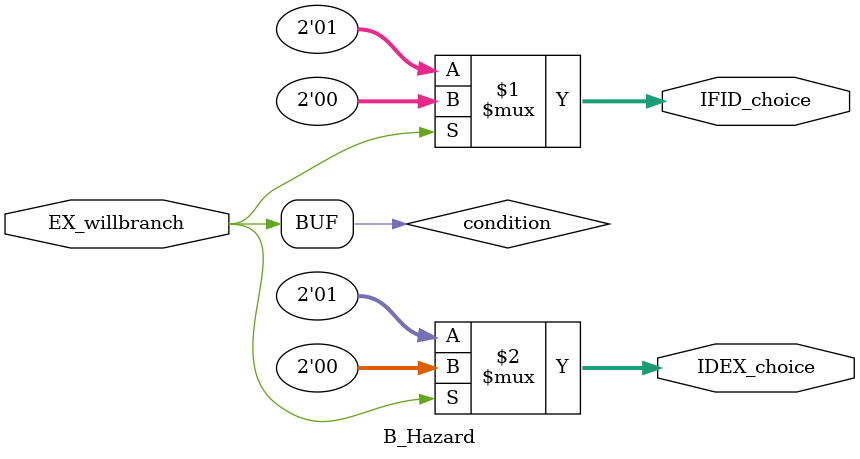
<source format=v>
`timescale 1ns / 1ps

module LU_Hazard(IFID_MemWr, IFID_Rs, IFID_Rt, IDEX_MemRead, IDEX_Rt, PC_choice, IFID_choice, IDEX_choice);
	input IFID_MemWr;
	input [4:0] IFID_Rs;
	input [4:0] IFID_Rt;
	input IDEX_MemRead;
	input [4:0] IDEX_Rt;
	output [1:0] PC_choice;
	output [1:0] IFID_choice;
	output [1:0] IDEX_choice;
	
	wire condition=IDEX_MemRead && (IDEX_Rt==IFID_Rs || (!IFID_MemWr && IDEX_Rt==IFID_Rt));
	assign PC_choice=condition?2'b10:// Keep PC;
					2'b01;
	assign IFID_choice=condition?2'b10:// Keep IF/ID;
						2'b01;
	assign IDEX_choice=condition?2'b00:// Flush ID/EX;
						2'b01;
endmodule

// 解决Jump控制冒险
module J_Hazard
#(parameter USE_DELAY_SLOT = 0)
(ID_willjump, IFID_choice);
	input [1:0] ID_willjump;
	output [1:0] IFID_choice;
	
	wire condition=(USE_DELAY_SLOT == 0 && ID_willjump != 2'b00);
	assign IFID_choice=condition?2'b00:// Flush IF/ID;
						2'b01;
endmodule

// 解决Branch控制冒险
module B_Hazard
(EX_willbranch,  IFID_choice, IDEX_choice);
	input EX_willbranch;
	output [1:0] IFID_choice;
	output [1:0] IDEX_choice;
	
	wire condition=EX_willbranch;
	assign IFID_choice=condition?2'b00:// Flush IF/ID;
						2'b01;
	assign IDEX_choice=condition?2'b00:// Flush ID/EX;
						2'b01;
endmodule
</source>
